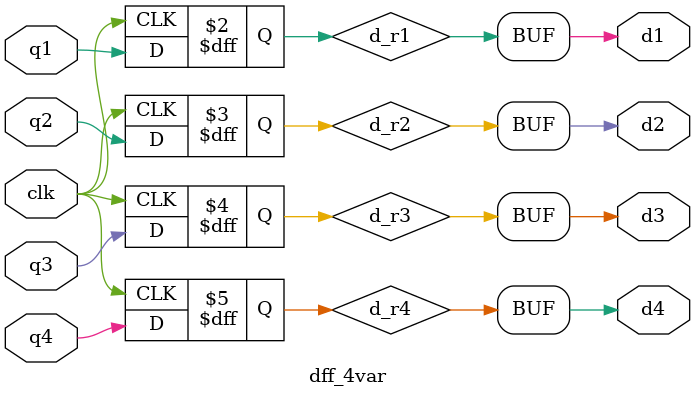
<source format=v>
`timescale 1ns / 1ps

module dff_4var #(
  parameter integer DW_1 = 1,
  parameter integer DW_2 = 1,
  parameter integer DW_3 = 1,
  parameter integer DW_4 = 1
)
(
  input  clk,
  input  [DW_1-1:0] q1,
  input  [DW_2-1:0] q2,
  input  [DW_3-1:0] q3,
  input  [DW_4-1:0] q4,
  output [DW_1-1:0] d1,
  output [DW_2-1:0] d2,
  output [DW_3-1:0] d3,
  output [DW_4-1:0] d4
    );
  reg [DW_1-1:0] d_r1;
  reg [DW_2-1:0] d_r2;
  reg [DW_3-1:0] d_r3;
  reg [DW_4-1:0] d_r4;
    
  always @(posedge clk) begin
    d_r1 <= q1;
    d_r2 <= q2;
    d_r3 <= q3;
    d_r4 <= q4;
  end
  
  assign d1 = d_r1;
  assign d2 = d_r2;
  assign d3 = d_r3;
  assign d4 = d_r4;
    
endmodule

</source>
